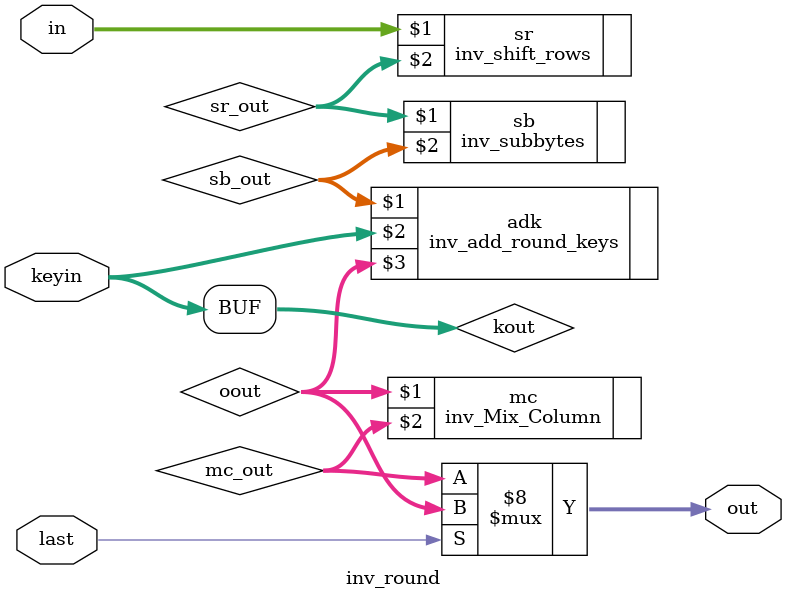
<source format=v>
/*
------Round Module------
inputs: 
	1- in -128 bit wire- (State)
	2- round_num -128 bit wire- (Round Number)
	3- keyin -128 bit wire- (input key)
output: 
	1- keyout -128 bit register- (output of this round and input to the next round)
	2- out -128 bit register- (output of this round and input to the next round)
Description:
	- the input passes by these modules in order:
	  key generation, substitute bytes, shift rows,
	  mix columns, add round key
	
*/
module inv_round (
	input wire [127:0]in,
	input wire last,
	input wire [127:0]keyin,
	output reg[127:0]out
	);
	
	wire [127:0]sb_out, sr_out, mc_out,  kout,oout;
	
	assign kout=keyin;
	
	inv_shift_rows sr(in, sr_out);
	always @(sr_out)begin

end
	inv_subbytes sb(sr_out, sb_out);
		always @(sb_out)begin

end
	inv_add_round_keys adk(sb_out, kout, oout);
			always @(oout)begin

end

	inv_Mix_Column mc(oout, mc_out);  
			always @(mc_out)begin

end
	always@*
		begin
			if (last==0)
			begin 
			out =mc_out;
			end
			else 
				begin 
			out =oout;
			end
			
		end
	
	
	
endmodule


</source>
